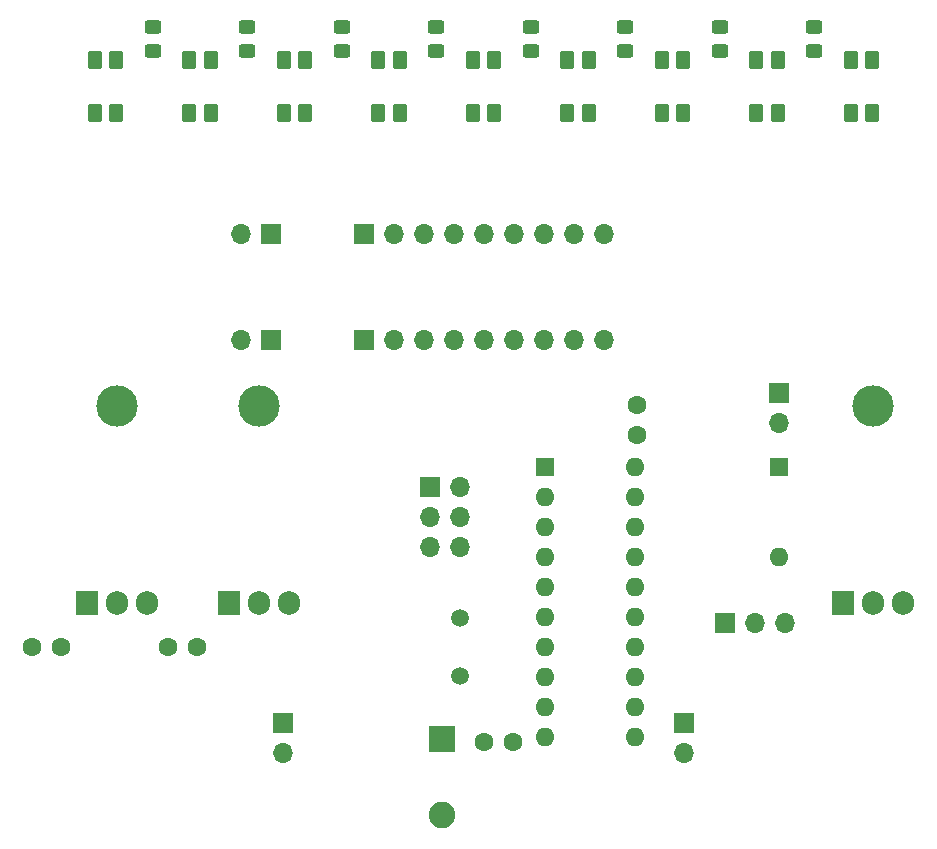
<source format=gbr>
%TF.GenerationSoftware,KiCad,Pcbnew,8.0.8*%
%TF.CreationDate,2025-07-28T16:06:37+02:00*%
%TF.ProjectId,Linefollower Wz.4,4c696e65-666f-46c6-9c6f-77657220577a,4.1*%
%TF.SameCoordinates,Original*%
%TF.FileFunction,Soldermask,Bot*%
%TF.FilePolarity,Negative*%
%FSLAX46Y46*%
G04 Gerber Fmt 4.6, Leading zero omitted, Abs format (unit mm)*
G04 Created by KiCad (PCBNEW 8.0.8) date 2025-07-28 16:06:37*
%MOMM*%
%LPD*%
G01*
G04 APERTURE LIST*
G04 Aperture macros list*
%AMRoundRect*
0 Rectangle with rounded corners*
0 $1 Rounding radius*
0 $2 $3 $4 $5 $6 $7 $8 $9 X,Y pos of 4 corners*
0 Add a 4 corners polygon primitive as box body*
4,1,4,$2,$3,$4,$5,$6,$7,$8,$9,$2,$3,0*
0 Add four circle primitives for the rounded corners*
1,1,$1+$1,$2,$3*
1,1,$1+$1,$4,$5*
1,1,$1+$1,$6,$7*
1,1,$1+$1,$8,$9*
0 Add four rect primitives between the rounded corners*
20,1,$1+$1,$2,$3,$4,$5,0*
20,1,$1+$1,$4,$5,$6,$7,0*
20,1,$1+$1,$6,$7,$8,$9,0*
20,1,$1+$1,$8,$9,$2,$3,0*%
G04 Aperture macros list end*
%ADD10R,1.700000X1.700000*%
%ADD11O,1.700000X1.700000*%
%ADD12C,1.600000*%
%ADD13C,1.500000*%
%ADD14R,2.250000X2.250000*%
%ADD15C,2.250000*%
%ADD16C,3.500000*%
%ADD17R,1.905000X2.000000*%
%ADD18O,1.905000X2.000000*%
%ADD19R,1.600000X1.600000*%
%ADD20O,1.600000X1.600000*%
%ADD21RoundRect,0.250000X0.450000X-0.325000X0.450000X0.325000X-0.450000X0.325000X-0.450000X-0.325000X0*%
%ADD22RoundRect,0.205052X0.419948X0.544948X-0.419948X0.544948X-0.419948X-0.544948X0.419948X-0.544948X0*%
G04 APERTURE END LIST*
D10*
%TO.C,J3*%
X114840000Y-97000000D03*
D11*
X117380000Y-97000000D03*
X119920000Y-97000000D03*
X122460000Y-97000000D03*
X125000000Y-97000000D03*
X127540000Y-97000000D03*
X130080000Y-97000000D03*
X132620000Y-97000000D03*
X135160000Y-97000000D03*
%TD*%
D10*
%TO.C,J4*%
X107000000Y-88000000D03*
D11*
X104460000Y-88000000D03*
%TD*%
D12*
%TO.C,C4*%
X125000000Y-131000000D03*
X127500000Y-131000000D03*
%TD*%
D13*
%TO.C,Y1*%
X123000000Y-120550000D03*
X123000000Y-125430000D03*
%TD*%
D10*
%TO.C,12V*%
X150000000Y-101460000D03*
D11*
X150000000Y-104000000D03*
%TD*%
D12*
%TO.C,C2*%
X89250000Y-123000000D03*
X86750000Y-123000000D03*
%TD*%
D10*
%TO.C,M1*%
X108000000Y-129460000D03*
D11*
X108000000Y-132000000D03*
%TD*%
D10*
%TO.C,J5*%
X107000000Y-97000000D03*
D11*
X104460000Y-97000000D03*
%TD*%
D14*
%TO.C,SW2*%
X121500000Y-130750000D03*
D15*
X121500000Y-137250000D03*
%TD*%
D16*
%TO.C,Q1*%
X106000000Y-102570000D03*
D17*
X103460000Y-119230000D03*
D18*
X106000000Y-119230000D03*
X108540000Y-119230000D03*
%TD*%
D19*
%TO.C,SW1*%
X150000000Y-107732500D03*
D20*
X150000000Y-115352500D03*
%TD*%
D12*
%TO.C,C3*%
X100750000Y-123000000D03*
X98250000Y-123000000D03*
%TD*%
D16*
%TO.C,Q2*%
X158000000Y-102570000D03*
D17*
X155460000Y-119230000D03*
D18*
X158000000Y-119230000D03*
X160540000Y-119230000D03*
%TD*%
D16*
%TO.C,U10*%
X94000000Y-102570000D03*
D17*
X91460000Y-119230000D03*
D18*
X94000000Y-119230000D03*
X96540000Y-119230000D03*
%TD*%
D19*
%TO.C,U11*%
X130200000Y-107760000D03*
D20*
X130200000Y-110300000D03*
X130200000Y-112840000D03*
X130200000Y-115380000D03*
X130200000Y-117920000D03*
X130200000Y-120460000D03*
X130200000Y-123000000D03*
X130200000Y-125540000D03*
X130200000Y-128080000D03*
X130200000Y-130620000D03*
X137820000Y-130620000D03*
X137820000Y-128080000D03*
X137820000Y-125540000D03*
X137820000Y-123000000D03*
X137820000Y-120460000D03*
X137820000Y-117920000D03*
X137820000Y-115380000D03*
X137820000Y-112840000D03*
X137820000Y-110300000D03*
X137820000Y-107760000D03*
%TD*%
D10*
%TO.C,ICSP1*%
X120460000Y-109475000D03*
D11*
X123000000Y-109475000D03*
X120460000Y-112015000D03*
X123000000Y-112015000D03*
X120460000Y-114555000D03*
X123000000Y-114555000D03*
%TD*%
D10*
%TO.C,M2*%
X142000000Y-129460000D03*
D11*
X142000000Y-132000000D03*
%TD*%
D10*
%TO.C,J1*%
X114840000Y-88000000D03*
D11*
X117380000Y-88000000D03*
X119920000Y-88000000D03*
X122460000Y-88000000D03*
X125000000Y-88000000D03*
X127540000Y-88000000D03*
X130080000Y-88000000D03*
X132620000Y-88000000D03*
X135160000Y-88000000D03*
%TD*%
D12*
%TO.C,C1*%
X138000000Y-105000000D03*
X138000000Y-102500000D03*
%TD*%
D10*
%TO.C,S1*%
X145475000Y-120975000D03*
D11*
X148015000Y-120975000D03*
X150555000Y-120975000D03*
%TD*%
D21*
%TO.C,D5*%
X128990000Y-72550000D03*
X128990000Y-70500000D03*
%TD*%
D22*
%TO.C,U6*%
X157890000Y-73275000D03*
X156090000Y-73275000D03*
X157890000Y-77775000D03*
X156090000Y-77775000D03*
%TD*%
D21*
%TO.C,D6*%
X136990000Y-72525000D03*
X136990000Y-70475000D03*
%TD*%
%TO.C,D8*%
X152990000Y-72550000D03*
X152990000Y-70500000D03*
%TD*%
%TO.C,D1*%
X96990000Y-72550000D03*
X96990000Y-70500000D03*
%TD*%
%TO.C,D2*%
X104990000Y-72550000D03*
X104990000Y-70500000D03*
%TD*%
D22*
%TO.C,U7*%
X149890000Y-73275000D03*
X148090000Y-73275000D03*
X149890000Y-77775000D03*
X148090000Y-77775000D03*
%TD*%
D21*
%TO.C,D3*%
X112990000Y-72550000D03*
X112990000Y-70500000D03*
%TD*%
D22*
%TO.C,U9*%
X133890000Y-73275000D03*
X132090000Y-73275000D03*
X133890000Y-77775000D03*
X132090000Y-77775000D03*
%TD*%
D21*
%TO.C,D4*%
X120965000Y-72550000D03*
X120965000Y-70500000D03*
%TD*%
D22*
%TO.C,U1*%
X93890000Y-73275000D03*
X92090000Y-73275000D03*
X93890000Y-77775000D03*
X92090000Y-77775000D03*
%TD*%
%TO.C,U8*%
X141890000Y-73275000D03*
X140090000Y-73275000D03*
X141890000Y-77775000D03*
X140090000Y-77775000D03*
%TD*%
D21*
%TO.C,D7*%
X144990000Y-72550000D03*
X144990000Y-70500000D03*
%TD*%
D22*
%TO.C,U2*%
X101890000Y-73275000D03*
X100090000Y-73275000D03*
X101890000Y-77775000D03*
X100090000Y-77775000D03*
%TD*%
%TO.C,U5*%
X125890000Y-73275000D03*
X124090000Y-73275000D03*
X125890000Y-77775000D03*
X124090000Y-77775000D03*
%TD*%
%TO.C,U3*%
X109890000Y-73275000D03*
X108090000Y-73275000D03*
X109890000Y-77775000D03*
X108090000Y-77775000D03*
%TD*%
%TO.C,U4*%
X117890000Y-73275000D03*
X116090000Y-73275000D03*
X117890000Y-77775000D03*
X116090000Y-77775000D03*
%TD*%
M02*

</source>
